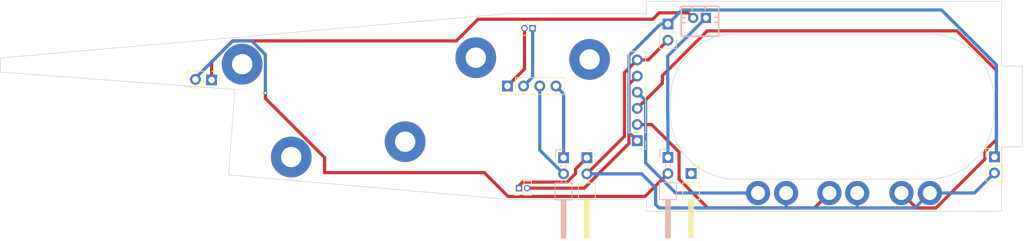
<source format=kicad_pcb>
(kicad_pcb (version 20240108) (generator "pcbnew") (generator_version "8.0")
  (layers (0 "F.Cu" signal) (31 "B.Cu" signal) (34 "B.Paste" user) (35 "F.Paste" user) (36 "B.SilkS" user "B.Silkscreen") (37 "F.SilkS" user "F.Silkscreen") (38 "B.Mask" user) (39 "F.Mask" user) (44 "Edge.Cuts" user))
  (net 0 "")
  (net 6 "/HEI")
  (net 7 "/APO_BACKUP")
  (net 8 "/APOGEE")
  (net 9 "/BR_NEG")
  (net 10 "/MAIN")
  (net 11 "/BR_POS")
  (net 12 "Net-(BT2-+)")
  (net 13 "Net-(BT2--)")
  (net 14 "Net-(BT3--)")
  (net 15 "Net-(BT3-+)")
  (net 16 "Net-(GPS1-VIN)")
  (net 17 "Net-(LYRA1-SW+)")
  (net 18 "Net-(LYRA1-SW-)")
  (net 20 "Net-(BT1-+)")
  (footprint "MountingHole:MountingHole_3.2mm_M3_Pad" (layer "F.Cu") (at 168.427502 52.393444)
    (property "Reference" "H1" (hide yes))
    (property "Value" "MountingHole_Pad")
    (pad "1" thru_hole circle (at 0 0) (size 6.4 6.4) (drill 3.2) (layers "*.Cu" "*.Mask"))
  )
  (footprint "Connector_PinHeader_1.27mm:PinHeader_1x02_P1.27mm_Vertical" (layer "F.Cu") (at 159.4612 47.498 -90)
    (property "Reference" "BT2" (hide yes))
    (property "Value" "Battery")
    (fp_line (start -1.11 1.965) (end -0.30753 1.965) (stroke (width 0.12)) (layer "F.SilkS"))
    (fp_line (start 0.30753 1.965) (end 1.11 1.965) (stroke (width 0.12)) (layer "F.SilkS"))
    (fp_line (start -1.11 0.76) (end -1.11 1.965) (stroke (width 0.12)) (layer "F.SilkS"))
    (fp_line (start -1.11 0.76) (end -0.563471 0.76) (stroke (width 0.12)) (layer "F.SilkS"))
    (fp_line (start 0.563471 0.76) (end 1.11 0.76) (stroke (width 0.12)) (layer "F.SilkS"))
    (fp_line (start 1.11 0.76) (end 1.11 1.965) (stroke (width 0.12)) (layer "F.SilkS"))
    (fp_line (start -1.11 0) (end -1.11 -0.76) (stroke (width 0.12)) (layer "F.SilkS"))
    (fp_line (start -1.11 -0.76) (end 0 -0.76) (stroke (width 0.12)) (layer "F.SilkS"))
    (pad "1" thru_hole rect (at 0 0 270) (size 1 1) (drill 0.65) (layers "*.Cu" "*.Mask") (net 12 "Net-(BT2-+)"))
    (pad "2" thru_hole oval (at 0 1.27 270) (size 1 1) (drill 0.65) (layers "*.Cu" "*.Mask") (net 13 "Net-(BT2--)"))
  )
  (footprint "Connector_PinHeader_2.54mm:PinHeader_2x01_P2.54mm_Horizontal" (layer "F.Cu") (at 167.9956 67.8576 -90)
    (property "Reference" "SW1" (hide yes))
    (property "Value" "SW_DIP_x01")
    (fp_line (start 3.98 1.33) (end 6.64 1.33) (stroke (width 0.12)) (layer "F.SilkS"))
    (fp_line (start 6.64 1.33) (end 6.64 -1.33) (stroke (width 0.12)) (layer "F.SilkS"))
    (fp_line (start 1.11 0.38) (end 1.497071 0.38) (stroke (width 0.12)) (layer "F.SilkS"))
    (fp_line (start 3.582929 0.38) (end 3.98 0.38) (stroke (width 0.12)) (layer "F.SilkS"))
    (fp_line (start 12.64 0.38) (end 6.64 0.38) (stroke (width 0.12)) (layer "F.SilkS"))
    (fp_line (start 6.64 0.28) (end 12.64 0.28) (stroke (width 0.12)) (layer "F.SilkS"))
    (fp_line (start 6.64 0.16) (end 12.64 0.16) (stroke (width 0.12)) (layer "F.SilkS"))
    (fp_line (start 6.64 0.04) (end 12.64 0.04) (stroke (width 0.12)) (layer "F.SilkS"))
    (fp_line (start -1.27 0) (end -1.27 -1.27) (stroke (width 0.12)) (layer "F.SilkS"))
    (fp_line (start 6.64 -0.08) (end 12.64 -0.08) (stroke (width 0.12)) (layer "F.SilkS"))
    (fp_line (start 6.64 -0.2) (end 12.64 -0.2) (stroke (width 0.12)) (layer "F.SilkS"))
    (fp_line (start 6.64 -0.32) (end 12.64 -0.32) (stroke (width 0.12)) (layer "F.SilkS"))
    (fp_line (start 1.11 -0.38) (end 1.497071 -0.38) (stroke (width 0.12)) (layer "F.SilkS"))
    (fp_line (start 3.582929 -0.38) (end 3.98 -0.38) (stroke (width 0.12)) (layer "F.SilkS"))
    (fp_line (start 6.64 -0.38) (end 12.64 -0.38) (stroke (width 0.12)) (layer "F.SilkS"))
    (fp_line (start 12.64 -0.38) (end 12.64 0.38) (stroke (width 0.12)) (layer "F.SilkS"))
    (fp_line (start -1.27 -1.27) (end 0 -1.27) (stroke (width 0.12)) (layer "F.SilkS"))
    (fp_line (start 3.98 -1.33) (end 3.98 1.33) (stroke (width 0.12)) (layer "F.SilkS"))
    (fp_line (start 6.64 -1.33) (end 3.98 -1.33) (stroke (width 0.12)) (layer "F.SilkS"))
    (pad "1" thru_hole rect (at 0 0 270) (size 1.7 1.7) (drill 1) (layers "*.Cu" "*.Mask") (net 20 "Net-(BT1-+)"))
    (pad "2" thru_hole oval (at 2.54 0 270) (size 1.7 1.7) (drill 1) (layers "*.Cu" "*.Mask") (net 11 "/BR_POS"))
  )
  (footprint "Connector_PinHeader_1.27mm:PinHeader_1x02_P1.27mm_Vertical" (layer "F.Cu") (at 157.3276 72.644 90)
    (property "Reference" "BT1" (hide yes))
    (property "Value" "Battery")
    (fp_line (start -1.11 -0.76) (end 0 -0.76) (stroke (width 0.12)) (layer "F.SilkS"))
    (fp_line (start -1.11 0) (end -1.11 -0.76) (stroke (width 0.12)) (layer "F.SilkS"))
    (fp_line (start 1.11 0.76) (end 1.11 1.965) (stroke (width 0.12)) (layer "F.SilkS"))
    (fp_line (start 0.563471 0.76) (end 1.11 0.76) (stroke (width 0.12)) (layer "F.SilkS"))
    (fp_line (start -1.11 0.76) (end -0.563471 0.76) (stroke (width 0.12)) (layer "F.SilkS"))
    (fp_line (start -1.11 0.76) (end -1.11 1.965) (stroke (width 0.12)) (layer "F.SilkS"))
    (fp_line (start 0.30753 1.965) (end 1.11 1.965) (stroke (width 0.12)) (layer "F.SilkS"))
    (fp_line (start -1.11 1.965) (end -0.30753 1.965) (stroke (width 0.12)) (layer "F.SilkS"))
    (pad "1" thru_hole rect (at 0 0 90) (size 1 1) (drill 0.65) (layers "*.Cu" "*.Mask") (net 20 "Net-(BT1-+)"))
    (pad "2" thru_hole oval (at 0 1.27 90) (size 1 1) (drill 0.65) (layers "*.Cu" "*.Mask") (net 9 "/BR_NEG"))
  )
  (footprint "MountingHole:MountingHole_3.2mm_M3_Pad" (layer "F.Cu") (at 121.5 67.75)
    (property "Reference" "H5" (hide yes))
    (property "Value" "MountingHole_Pad")
    (pad "1" thru_hole circle (at 0 0) (size 6.4 6.4) (drill 3.2) (layers "*.Cu" "*.Mask"))
  )
  (footprint "MountingHole:MountingHole_2.2mm_M2_DIN965_Pad" (layer "F.Cu") (at 194.9196 73.406)
    (property "Reference" "H6" (hide yes))
    (property "Value" "MountingHole_Pad")
    (pad "1" thru_hole circle (at 0 0) (size 3.8 3.8) (drill 2.2) (layers "*.Cu" "*.Mask") (net 8 "/APOGEE"))
  )
  (footprint "MountingHole:MountingHole_2.2mm_M2_DIN965_Pad" (layer "F.Cu") (at 217.4748 73.406)
    (property "Reference" "H8" (hide yes))
    (property "Value" "MountingHole_Pad")
    (pad "1" thru_hole circle (at 0 0) (size 3.8 3.8) (drill 2.2) (layers "*.Cu" "*.Mask") (net 10 "/MAIN"))
  )
  (footprint "Connector_PinHeader_2.54mm:PinHeader_1x06_P2.54mm_Vertical" (layer "F.Cu") (at 175.9204 65.1764 180)
    (property "Reference" "BR1" (hide yes))
    (property "Value" "~")
    (fp_line (start 1.33 1.27) (end 1.33 14.03) (stroke (width 0.12)) (layer "F.SilkS"))
    (fp_line (start -1.33 14.03) (end 1.33 14.03) (stroke (width 0.12)) (layer "F.SilkS"))
    (fp_line (start -1.33 1.27) (end 1.33 1.27) (stroke (width 0.12)) (layer "F.SilkS"))
    (fp_line (start -1.33 1.27) (end -1.33 14.03) (stroke (width 0.12)) (layer "F.SilkS"))
    (fp_line (start -1.33 0) (end -1.33 -1.33) (stroke (width 0.12)) (layer "F.SilkS"))
    (fp_line (start -1.33 -1.33) (end 0 -1.33) (stroke (width 0.12)) (layer "F.SilkS"))
    (pad "1" thru_hole rect (at 0 0 180) (size 1.7 1.7) (drill 1) (layers "*.Cu" "*.Mask") (net 6 "/HEI"))
    (pad "2" thru_hole oval (at 0 2.54 180) (size 1.7 1.7) (drill 1) (layers "*.Cu" "*.Mask") (net 7 "/APO_BACKUP"))
    (pad "3" thru_hole oval (at 0 5.08 180) (size 1.7 1.7) (drill 1) (layers "*.Cu" "*.Mask") (net 10 "/MAIN"))
    (pad "4" thru_hole oval (at 0 7.62 180) (size 1.7 1.7) (drill 1) (layers "*.Cu" "*.Mask") (net 8 "/APOGEE"))
    (pad "5" thru_hole oval (at 0 10.16 180) (size 1.7 1.7) (drill 1) (layers "*.Cu" "*.Mask") (net 9 "/BR_NEG"))
    (pad "6" thru_hole oval (at 0 12.7 180) (size 1.7 1.7) (drill 1) (layers "*.Cu" "*.Mask") (net 11 "/BR_POS"))
  )
  (footprint "Connector_PinHeader_2.54mm:PinHeader_1x02_P2.54mm_Vertical" (layer "F.Cu") (at 180.7464 46.8376)
    (property "Reference" "J1" (hide yes))
    (property "Value" "Conn_01x02")
    (fp_line (start -1.33 -1.33) (end 0 -1.33) (stroke (width 0.12)) (layer "F.SilkS"))
    (fp_line (start -1.33 0) (end -1.33 -1.33) (stroke (width 0.12)) (layer "F.SilkS"))
    (fp_line (start -1.33 1.27) (end -1.33 3.87) (stroke (width 0.12)) (layer "F.SilkS"))
    (fp_line (start -1.33 1.27) (end 1.33 1.27) (stroke (width 0.12)) (layer "F.SilkS"))
    (fp_line (start -1.33 3.87) (end 1.33 3.87) (stroke (width 0.12)) (layer "F.SilkS"))
    (fp_line (start 1.33 1.27) (end 1.33 3.87) (stroke (width 0.12)) (layer "F.SilkS"))
    (pad "1" thru_hole rect (at 0 0) (size 1.7 1.7) (drill 1) (layers "*.Cu" "*.Mask") (net 6 "/HEI"))
    (pad "2" thru_hole oval (at 0 2.54) (size 1.7 1.7) (drill 1) (layers "*.Cu" "*.Mask") (net 11 "/BR_POS"))
  )
  (footprint "Connector_PinHeader_2.54mm:PinHeader_1x02_P2.54mm_Vertical" (layer "F.Cu") (at 232.1052 67.7164)
    (property "Reference" "J2" (hide yes))
    (property "Value" "Conn_01x02")
    (fp_line (start -1.33 -1.33) (end 0 -1.33) (stroke (width 0.12)) (layer "F.SilkS"))
    (fp_line (start -1.33 0) (end -1.33 -1.33) (stroke (width 0.12)) (layer "F.SilkS"))
    (fp_line (start -1.33 1.27) (end -1.33 3.87) (stroke (width 0.12)) (layer "F.SilkS"))
    (fp_line (start -1.33 1.27) (end 1.33 1.27) (stroke (width 0.12)) (layer "F.SilkS"))
    (fp_line (start -1.33 3.87) (end 1.33 3.87) (stroke (width 0.12)) (layer "F.SilkS"))
    (fp_line (start 1.33 1.27) (end 1.33 3.87) (stroke (width 0.12)) (layer "F.SilkS"))
    (pad "1" thru_hole rect (at 0 0) (size 1.7 1.7) (drill 1) (layers "*.Cu" "*.Mask") (net 6 "/HEI"))
    (pad "2" thru_hole oval (at 0 2.54) (size 1.7 1.7) (drill 1) (layers "*.Cu" "*.Mask") (net 11 "/BR_POS"))
  )
  (footprint "Connector_PinHeader_2.54mm:PinHeader_1x04_P2.54mm_Vertical" (layer "F.Cu") (at 155.5088 56.5812 90)
    (property "Reference" "LYRA1" (hide yes))
    (property "Value" "~")
    (fp_line (start -1.33 -1.33) (end 0 -1.33) (stroke (width 0.12)) (layer "F.SilkS"))
    (fp_line (start -1.33 0) (end -1.33 -1.33) (stroke (width 0.12)) (layer "F.SilkS"))
    (fp_line (start 1.33 1.27) (end 1.33 8.95) (stroke (width 0.12)) (layer "F.SilkS"))
    (fp_line (start -1.33 1.27) (end 1.33 1.27) (stroke (width 0.12)) (layer "F.SilkS"))
    (fp_line (start -1.33 1.27) (end -1.33 8.95) (stroke (width 0.12)) (layer "F.SilkS"))
    (fp_line (start -1.33 8.95) (end 1.33 8.95) (stroke (width 0.12)) (layer "F.SilkS"))
    (pad "1" thru_hole rect (at 0 0 90) (size 1.7 1.7) (drill 1) (layers "*.Cu" "*.Mask") (net 13 "Net-(BT2--)"))
    (pad "2" thru_hole oval (at 0 2.54 90) (size 1.7 1.7) (drill 1) (layers "*.Cu" "*.Mask") (net 12 "Net-(BT2-+)"))
    (pad "3" thru_hole oval (at 0 5.08 90) (size 1.7 1.7) (drill 1) (layers "*.Cu" "*.Mask") (net 17 "Net-(LYRA1-SW+)"))
    (pad "4" thru_hole oval (at 0 7.62 90) (size 1.7 1.7) (drill 1) (layers "*.Cu" "*.Mask") (net 18 "Net-(LYRA1-SW-)"))
  )
  (footprint "MountingHole:MountingHole_2.2mm_M2_DIN965_Pad" (layer "F.Cu") (at 221.9452 73.406)
    (property "Reference" "H9" (hide yes))
    (property "Value" "MountingHole_Pad")
    (pad "1" thru_hole circle (at 0 0) (size 3.8 3.8) (drill 2.2) (layers "*.Cu" "*.Mask") (net 11 "/BR_POS"))
  )
  (footprint "MountingHole:MountingHole_2.2mm_M2_DIN965_Pad" (layer "F.Cu") (at 210.5152 73.406)
    (property "Reference" "H11" (hide yes))
    (property "Value" "MountingHole_Pad")
    (pad "1" thru_hole circle (at 0 0) (size 3.8 3.8) (drill 2.2) (layers "*.Cu" "*.Mask") (net 11 "/BR_POS"))
  )
  (footprint "MountingHole:MountingHole_3.2mm_M3_Pad" (layer "F.Cu") (at 113.780646 53.142541)
    (property "Reference" "H3" (hide yes))
    (property "Value" "MountingHole_Pad")
    (pad "1" thru_hole circle (at 0 0) (size 6.4 6.4) (drill 3.2) (layers "*.Cu" "*.Mask"))
  )
  (footprint "Connector_PinHeader_2.54mm:PinHeader_1x01_P2.54mm_Horizontal" (layer "F.Cu") (at 184.404 70.3518 -90)
    (property "Reference" "SW4" (hide yes))
    (property "Value" "SW_DIP_x01")
    (fp_line (start 1.44 1.33) (end 4.1 1.33) (stroke (width 0.12)) (layer "F.SilkS"))
    (fp_line (start 4.1 1.33) (end 4.1 -1.33) (stroke (width 0.12)) (layer "F.SilkS"))
    (fp_line (start 1.11 0.38) (end 1.44 0.38) (stroke (width 0.12)) (layer "F.SilkS"))
    (fp_line (start 10.1 0.38) (end 4.1 0.38) (stroke (width 0.12)) (layer "F.SilkS"))
    (fp_line (start 4.1 0.28) (end 10.1 0.28) (stroke (width 0.12)) (layer "F.SilkS"))
    (fp_line (start 4.1 0.16) (end 10.1 0.16) (stroke (width 0.12)) (layer "F.SilkS"))
    (fp_line (start 4.1 0.04) (end 10.1 0.04) (stroke (width 0.12)) (layer "F.SilkS"))
    (fp_line (start -1.27 0) (end -1.27 -1.27) (stroke (width 0.12)) (layer "F.SilkS"))
    (fp_line (start 4.1 -0.08) (end 10.1 -0.08) (stroke (width 0.12)) (layer "F.SilkS"))
    (fp_line (start 4.1 -0.2) (end 10.1 -0.2) (stroke (width 0.12)) (layer "F.SilkS"))
    (fp_line (start 4.1 -0.32) (end 10.1 -0.32) (stroke (width 0.12)) (layer "F.SilkS"))
    (fp_line (start 1.11 -0.38) (end 1.44 -0.38) (stroke (width 0.12)) (layer "F.SilkS"))
    (fp_line (start 4.1 -0.38) (end 10.1 -0.38) (stroke (width 0.12)) (layer "F.SilkS"))
    (fp_line (start 10.1 -0.38) (end 10.1 0.38) (stroke (width 0.12)) (layer "F.SilkS"))
    (fp_line (start -1.27 -1.27) (end 0 -1.27) (stroke (width 0.12)) (layer "F.SilkS"))
    (fp_line (start 1.44 -1.33) (end 1.44 1.33) (stroke (width 0.12)) (layer "F.SilkS"))
    (fp_line (start 4.1 -1.33) (end 1.44 -1.33) (stroke (width 0.12)) (layer "F.SilkS"))
    (pad "1" thru_hole rect (at 0 0 270) (size 1.7 1.7) (drill 1) (layers "*.Cu" "*.Mask"))
  )
  (footprint "MountingHole:MountingHole_3.2mm_M3_Pad" (layer "F.Cu") (at 139.416333 65.335328)
    (property "Reference" "H4" (hide yes))
    (property "Value" "MountingHole_Pad")
    (pad "1" thru_hole circle (at 0 0) (size 6.4 6.4) (drill 3.2) (layers "*.Cu" "*.Mask"))
  )
  (footprint "MountingHole:MountingHole_2.2mm_M2_DIN965_Pad" (layer "F.Cu") (at 206.1464 73.406)
    (property "Reference" "H10" (hide yes))
    (property "Value" "MountingHole_Pad")
    (pad "1" thru_hole circle (at 0 0) (size 3.8 3.8) (drill 2.2) (layers "*.Cu" "*.Mask") (net 7 "/APO_BACKUP"))
  )
  (footprint "MountingHole:MountingHole_2.2mm_M2_DIN965_Pad" (layer "F.Cu") (at 199.3392 73.406)
    (property "Reference" "H7" (hide yes))
    (property "Value" "MountingHole_Pad")
    (pad "1" thru_hole circle (at 0 0) (size 3.8 3.8) (drill 2.2) (layers "*.Cu" "*.Mask") (net 11 "/BR_POS"))
  )
  (footprint "MountingHole:MountingHole_3.2mm_M3_Pad" (layer "F.Cu") (at 150.53249 52.126007)
    (property "Reference" "H2" (hide yes))
    (property "Value" "MountingHole_Pad")
    (pad "1" thru_hole circle (at 0 0) (size 6.4 6.4) (drill 3.2) (layers "*.Cu" "*.Mask"))
  )
  (footprint "Connector_PinHeader_2.54mm:PinHeader_1x02_P2.54mm_Vertical" (layer "F.Cu") (at 108.971 55.626 -92)
    (property "Reference" "GPS1" (hide yes))
    (property "Value" "~")
    (fp_line (start -1.33 3.87) (end 1.329999 3.869999) (stroke (width 0.12)) (layer "F.SilkS"))
    (fp_line (start 1.33 1.27) (end 1.329999 3.869999) (stroke (width 0.12)) (layer "F.SilkS"))
    (fp_line (start -1.330001 1.27) (end -1.33 3.87) (stroke (width 0.12)) (layer "F.SilkS"))
    (fp_line (start -1.330001 1.27) (end 1.33 1.27) (stroke (width 0.12)) (layer "F.SilkS"))
    (fp_line (start -1.33 0) (end -1.33 -1.33) (stroke (width 0.12)) (layer "F.SilkS"))
    (fp_line (start -1.33 -1.33) (end 0 -1.33) (stroke (width 0.12)) (layer "F.SilkS"))
    (pad "1" thru_hole rect (at 0 0 268) (size 1.7 1.7) (drill 1) (layers "*.Cu" "*.Mask") (net 14 "Net-(BT3--)"))
    (pad "2" thru_hole oval (at 0 2.54 268) (size 1.7 1.7) (drill 1) (layers "*.Cu" "*.Mask") (net 16 "Net-(GPS1-VIN)"))
  )
  (footprint "Connector_PinHeader_2.54mm:PinHeader_2x01_P2.54mm_Horizontal" (layer "B.Cu") (at 180.7464 67.8068 -90)
    (property "Reference" "SW3" (hide yes))
    (property "Value" "SW_DIP_x01")
    (fp_line (start 3.98 1.33) (end 6.64 1.33) (stroke (width 0.12)) (layer "B.SilkS"))
    (fp_line (start 6.64 1.33) (end 6.64 -1.33) (stroke (width 0.12)) (layer "B.SilkS"))
    (fp_line (start -1.27 1.27) (end -1.27 0) (stroke (width 0.12)) (layer "B.SilkS"))
    (fp_line (start 0 1.27) (end -1.27 1.27) (stroke (width 0.12)) (layer "B.SilkS"))
    (fp_line (start 1.497071 0.38) (end 1.11 0.38) (stroke (width 0.12)) (layer "B.SilkS"))
    (fp_line (start 3.98 0.38) (end 3.582929 0.38) (stroke (width 0.12)) (layer "B.SilkS"))
    (fp_line (start 12.64 0.38) (end 6.64 0.38) (stroke (width 0.12)) (layer "B.SilkS"))
    (fp_line (start 12.64 0.32) (end 6.64 0.32) (stroke (width 0.12)) (layer "B.SilkS"))
    (fp_line (start 12.64 0.2) (end 6.64 0.2) (stroke (width 0.12)) (layer "B.SilkS"))
    (fp_line (start 12.64 0.08) (end 6.64 0.08) (stroke (width 0.12)) (layer "B.SilkS"))
    (fp_line (start 12.64 -0.04) (end 6.64 -0.04) (stroke (width 0.12)) (layer "B.SilkS"))
    (fp_line (start 12.64 -0.16) (end 6.64 -0.16) (stroke (width 0.12)) (layer "B.SilkS"))
    (fp_line (start 12.64 -0.28) (end 6.64 -0.28) (stroke (width 0.12)) (layer "B.SilkS"))
    (fp_line (start 1.497071 -0.38) (end 1.11 -0.38) (stroke (width 0.12)) (layer "B.SilkS"))
    (fp_line (start 3.98 -0.38) (end 3.582929 -0.38) (stroke (width 0.12)) (layer "B.SilkS"))
    (fp_line (start 6.64 -0.38) (end 12.64 -0.38) (stroke (width 0.12)) (layer "B.SilkS"))
    (fp_line (start 12.64 -0.38) (end 12.64 0.38) (stroke (width 0.12)) (layer "B.SilkS"))
    (fp_line (start 3.98 -1.33) (end 3.98 1.33) (stroke (width 0.12)) (layer "B.SilkS"))
    (fp_line (start 6.64 -1.33) (end 3.98 -1.33) (stroke (width 0.12)) (layer "B.SilkS"))
    (pad "1" thru_hole rect (at 0 0 270) (size 1.7 1.7) (drill 1) (layers "*.Cu" "*.Mask") (net 15 "Net-(BT3-+)"))
    (pad "2" thru_hole oval (at 2.54 0 270) (size 1.7 1.7) (drill 1) (layers "*.Cu" "*.Mask") (net 16 "Net-(GPS1-VIN)"))
  )
  (footprint "easyeda2kicad:CONN-TH_2P-P2.00_PH-2AK" (layer "B.Cu") (at 185.7256 45.8696 180)
    (property "Reference" "BT3" (hide yes))
    (property "Value" "Battery")
    (fp_line (start 2.89 1.81) (end -3.01 1.82) (stroke (width 0.25)) (layer "B.SilkS"))
    (fp_line (start 2.89 -2.88) (end 2.89 1.81) (stroke (width 0.25)) (layer "B.SilkS"))
    (fp_line (start 2.89 -2.88) (end -3 -2.88) (stroke (width 0.25)) (layer "B.SilkS"))
    (fp_line (start 2.8 0.01) (end 2.3 0.01) (stroke (width 0.25)) (layer "B.SilkS"))
    (fp_line (start 2.8 -0.75) (end 2.3 -0.75) (stroke (width 0.25)) (layer "B.SilkS"))
    (fp_line (start 1.15 1.31) (end 1.15 1.82) (stroke (width 0.25)) (layer "B.SilkS"))
    (fp_line (start -0.88 1.31) (end -0.88 1.82) (stroke (width 0.25)) (layer "B.SilkS"))
    (fp_line (start -2.91 0.08) (end -2.4 0.08) (stroke (width 0.25)) (layer "B.SilkS"))
    (fp_line (start -2.91 -0.69) (end -2.4 -0.69) (stroke (width 0.25)) (layer "B.SilkS"))
    (fp_line (start -3 -2.88) (end -3.01 0.04) (stroke (width 0.25)) (layer "B.SilkS"))
    (fp_line (start -3.01 1.82) (end -3.01 -0.21) (stroke (width 0.25)) (layer "B.SilkS"))
    (pad "1" thru_hole rect (at -1 0 180) (size 1.6 1.6) (drill 0.900024) (layers "*.Cu" "*.Mask") (net 15 "Net-(BT3-+)"))
    (pad "2" thru_hole circle (at 1 0 180) (size 1.6 1.6) (drill 0.900024) (layers "*.Cu" "*.Mask") (net 14 "Net-(BT3--)"))
  )
  (footprint "Connector_PinHeader_2.54mm:PinHeader_2x01_P2.54mm_Horizontal" (layer "B.Cu") (at 164.338 67.8576 -90)
    (property "Reference" "SW2" (hide yes))
    (property "Value" "SW_DIP_x01")
    (fp_line (start 3.98 1.33) (end 6.64 1.33) (stroke (width 0.12)) (layer "B.SilkS"))
    (fp_line (start 6.64 1.33) (end 6.64 -1.33) (stroke (width 0.12)) (layer "B.SilkS"))
    (fp_line (start -1.27 1.27) (end -1.27 0) (stroke (width 0.12)) (layer "B.SilkS"))
    (fp_line (start 0 1.27) (end -1.27 1.27) (stroke (width 0.12)) (layer "B.SilkS"))
    (fp_line (start 1.497071 0.38) (end 1.11 0.38) (stroke (width 0.12)) (layer "B.SilkS"))
    (fp_line (start 3.98 0.38) (end 3.582929 0.38) (stroke (width 0.12)) (layer "B.SilkS"))
    (fp_line (start 12.64 0.38) (end 6.64 0.38) (stroke (width 0.12)) (layer "B.SilkS"))
    (fp_line (start 12.64 0.32) (end 6.64 0.32) (stroke (width 0.12)) (layer "B.SilkS"))
    (fp_line (start 12.64 0.2) (end 6.64 0.2) (stroke (width 0.12)) (layer "B.SilkS"))
    (fp_line (start 12.64 0.08) (end 6.64 0.08) (stroke (width 0.12)) (layer "B.SilkS"))
    (fp_line (start 12.64 -0.04) (end 6.64 -0.04) (stroke (width 0.12)) (layer "B.SilkS"))
    (fp_line (start 12.64 -0.16) (end 6.64 -0.16) (stroke (width 0.12)) (layer "B.SilkS"))
    (fp_line (start 12.64 -0.28) (end 6.64 -0.28) (stroke (width 0.12)) (layer "B.SilkS"))
    (fp_line (start 1.497071 -0.38) (end 1.11 -0.38) (stroke (width 0.12)) (layer "B.SilkS"))
    (fp_line (start 3.98 -0.38) (end 3.582929 -0.38) (stroke (width 0.12)) (layer "B.SilkS"))
    (fp_line (start 6.64 -0.38) (end 12.64 -0.38) (stroke (width 0.12)) (layer "B.SilkS"))
    (fp_line (start 12.64 -0.38) (end 12.64 0.38) (stroke (width 0.12)) (layer "B.SilkS"))
    (fp_line (start 3.98 -1.33) (end 3.98 1.33) (stroke (width 0.12)) (layer "B.SilkS"))
    (fp_line (start 6.64 -1.33) (end 3.98 -1.33) (stroke (width 0.12)) (layer "B.SilkS"))
    (pad "1" thru_hole rect (at 0 0 270) (size 1.7 1.7) (drill 1) (layers "*.Cu" "*.Mask") (net 18 "Net-(LYRA1-SW-)"))
    (pad "2" thru_hole oval (at 2.54 0 270) (size 1.7 1.7) (drill 1) (layers "*.Cu" "*.Mask") (net 17 "Net-(LYRA1-SW+)"))
  )
  (gr_line (start 236.486954 66.1416) (end 236.486954 59.7916) (stroke (width 0.1)) (layer "Edge.Cuts"))
  (gr_line (start 155.581731 74.3966) (end 111.644735 70.552615) (stroke (width 0.1)) (layer "Edge.Cuts"))
  (gr_arc (start 231.965957 61.038994) (mid 229.005387 68.230483) (end 221.826549 71.2216) (stroke (width 0.1)) (layer "Edge.Cuts"))
  (gr_arc (start 221.805992 48.3616) (mid 228.990173 51.337399) (end 231.965983 58.5216) (stroke (width 0.1)) (layer "Edge.Cuts"))
  (gr_line (start 177.355957 45.186575) (end 177.355957 43.281575) (stroke (width 0.1)) (layer "Edge.Cuts"))
  (gr_line (start 177.355957 74.3966) (end 177.355957 76.3016) (stroke (width 0.1)) (layer "Edge.Cuts"))
  (gr_line (start 155.581731 45.186575) (end 75.7428 52.1716) (stroke (width 0.1)) (layer "Edge.Cuts"))
  (gr_line (start 155.581731 45.186575) (end 177.355957 45.186575) (stroke (width 0.1)) (layer "Edge.Cuts"))
  (gr_line (start 112.631906 57.122289) (end 75.7428 54.398012) (stroke (width 0.1)) (layer "Edge.Cuts"))
  (gr_line (start 177.355957 76.3016) (end 233.235983 76.3016) (stroke (width 0.1)) (layer "Edge.Cuts"))
  (gr_line (start 236.486954 53.4416) (end 236.486954 59.7916) (stroke (width 0.1)) (layer "Edge.Cuts"))
  (gr_line (start 111.644735 70.552615) (end 112.631906 57.122289) (stroke (width 0.1)) (layer "Edge.Cuts"))
  (gr_line (start 233.235983 66.1416) (end 236.486954 66.1416) (stroke (width 0.1)) (layer "Edge.Cuts"))
  (gr_line (start 177.355957 43.281575) (end 233.235983 43.281575) (stroke (width 0.1)) (layer "Edge.Cuts"))
  (gr_line (start 75.7428 52.1716) (end 75.7428 54.398012) (stroke (width 0.1)) (layer "Edge.Cuts"))
  (gr_line (start 191.325931 71.221575) (end 221.826549 71.2216) (stroke (width 0.1)) (layer "Edge.Cuts"))
  (gr_line (start 231.965957 61.038994) (end 231.965957 59.7916) (stroke (width 0.1)) (layer "Edge.Cuts"))
  (gr_line (start 181.165957 59.7916) (end 181.165957 58.499094) (stroke (width 0.1)) (layer "Edge.Cuts"))
  (gr_line (start 231.965983 58.5216) (end 231.965957 59.7916) (stroke (width 0.1)) (layer "Edge.Cuts"))
  (gr_line (start 155.581731 74.3966) (end 177.355957 74.3966) (stroke (width 0.1)) (layer "Edge.Cuts"))
  (gr_arc (start 181.165957 58.499094) (mid 184.149724 51.329456) (end 191.325992 48.361672) (stroke (width 0.1)) (layer "Edge.Cuts"))
  (gr_line (start 233.235983 76.3016) (end 233.235983 66.1416) (stroke (width 0.1)) (layer "Edge.Cuts"))
  (gr_line (start 233.235983 43.281575) (end 233.235983 53.4416) (stroke (width 0.1)) (layer "Edge.Cuts"))
  (gr_arc (start 191.325931 71.221575) (mid 184.15821 68.262283) (end 181.165957 61.10826) (stroke (width 0.1)) (layer "Edge.Cuts"))
  (gr_line (start 233.235983 53.4416) (end 236.486954 53.4416) (stroke (width 0.1)) (layer "Edge.Cuts"))
  (gr_line (start 181.165957 59.7916) (end 181.165957 61.10826) (stroke (width 0.1)) (layer "Edge.Cuts"))
  (gr_line (start 191.325992 48.361672) (end 221.805992 48.3616) (stroke (width 0.1)) (layer "Edge.Cuts"))
  (segment (start 182.9644 44.6196) (end 223.777587 44.6196) (width 0.5) (layer "B.Cu") (net 6))
  (segment (start 179.578 46.8376) (end 180.7464 46.8376) (width 0.5) (layer "B.Cu") (net 6))
  (segment (start 223.777587 44.6196) (end 232.419129 53.261142) (width 0.5) (layer "B.Cu") (net 6))
  (segment (start 174.6204 63.8764) (end 174.6204 51.7952) (width 0.5) (layer "B.Cu") (net 6))
  (segment (start 175.9204 65.1764) (end 174.6204 63.8764) (width 0.5) (layer "B.Cu") (net 6))
  (segment (start 174.6204 51.7952) (end 179.578 46.8376) (width 0.5) (layer "B.Cu") (net 6))
  (segment (start 232.419129 67.402471) (end 232.1052 67.7164) (width 0.5) (layer "B.Cu") (net 6))
  (segment (start 232.419129 53.261142) (end 232.419129 67.402471) (width 0.5) (layer "B.Cu") (net 6))
  (segment (start 180.7464 46.8376) (end 182.9644 44.6196) (width 0.5) (layer "B.Cu") (net 6))
  (segment (start 203.7964 75.756) (end 206.1464 73.406) (width 0.5) (layer "F.Cu") (net 7))
  (segment (start 178.176 62.6364) (end 182.502757 66.963157) (width 0.5) (layer "F.Cu") (net 7))
  (segment (start 182.502757 66.963157) (end 182.502757 71.250757) (width 0.5) (layer "F.Cu") (net 7))
  (segment (start 187.008 75.756) (end 203.7964 75.756) (width 0.5) (layer "F.Cu") (net 7))
  (segment (start 175.9204 62.6364) (end 178.176 62.6364) (width 0.5) (layer "F.Cu") (net 7))
  (segment (start 182.502757 71.250757) (end 187.008 75.756) (width 0.5) (layer "F.Cu") (net 7))
  (segment (start 177.2412 68.680078) (end 177.2412 58.8772) (width 0.5) (layer "B.Cu") (net 8))
  (segment (start 194.9196 73.406) (end 181.967122 73.406) (width 0.5) (layer "B.Cu") (net 8))
  (segment (start 177.2412 58.8772) (end 175.9204 57.5564) (width 0.5) (layer "B.Cu") (net 8))
  (segment (start 181.967122 73.406) (end 177.2412 68.680078) (width 0.5) (layer "B.Cu") (net 8))
  (segment (start 174.6204 65.611278) (end 174.6204 56.3164) (width 0.5) (layer "F.Cu") (net 9))
  (segment (start 158.5976 72.644) (end 167.587678 72.644) (width 0.5) (layer "F.Cu") (net 9))
  (segment (start 174.6204 56.3164) (end 175.9204 55.0164) (width 0.5) (layer "F.Cu") (net 9))
  (segment (start 167.587678 72.644) (end 174.6204 65.611278) (width 0.5) (layer "F.Cu") (net 9))
  (segment (start 232.421984 60.853027) (end 232.419129 61.3733) (width 0.5) (layer "F.Cu") (net 10))
  (segment (start 226.205335 47.905164) (end 232.419129 54.118958) (width 0.5) (layer "F.Cu") (net 10))
  (segment (start 232.419129 64.984346) (end 230.95674 66.446735) (width 0.5) (layer "F.Cu") (net 10))
  (segment (start 232.419129 61.3733) (end 232.419129 64.984346) (width 0.5) (layer "F.Cu") (net 10))
  (segment (start 186.926684 47.905164) (end 226.205335 47.905164) (width 0.5) (layer "F.Cu") (net 10))
  (segment (start 222.918602 75.756) (end 219.8248 75.756) (width 0.5) (layer "F.Cu") (net 10))
  (segment (start 179.8828 54.949048) (end 186.926684 47.905164) (width 0.5) (layer "F.Cu") (net 10))
  (segment (start 230.600493 67.010766) (end 230.600493 68.074109) (width 0.5) (layer "F.Cu") (net 10))
  (segment (start 232.419129 60.85014) (end 232.421984 60.853027) (width 0.5) (layer "F.Cu") (net 10))
  (segment (start 230.95674 66.446735) (end 230.600493 67.010766) (width 0.5) (layer "F.Cu") (net 10))
  (segment (start 179.8828 56.134) (end 179.8828 54.949048) (width 0.5) (layer "F.Cu") (net 10))
  (segment (start 232.419129 54.118958) (end 232.419129 60.85014) (width 0.5) (layer "F.Cu") (net 10))
  (segment (start 175.9204 60.0964) (end 179.8828 56.134) (width 0.5) (layer "F.Cu") (net 10))
  (segment (start 230.600493 68.074109) (end 222.918602 75.756) (width 0.5) (layer "F.Cu") (net 10))
  (segment (start 219.8248 75.756) (end 217.4748 73.406) (width 0.5) (layer "F.Cu") (net 10))
  (segment (start 167.9956 70.3976) (end 173.9204 64.4728) (width 0.5) (layer "F.Cu") (net 11))
  (segment (start 177.6476 52.4764) (end 180.7464 49.3776) (width 0.5) (layer "F.Cu") (net 11))
  (segment (start 173.9204 64.4728) (end 173.9204 54.4764) (width 0.5) (layer "F.Cu") (net 11))
  (segment (start 173.9204 54.4764) (end 175.9204 52.4764) (width 0.5) (layer "F.Cu") (net 11))
  (segment (start 175.9204 52.4764) (end 177.6476 52.4764) (width 0.5) (layer "F.Cu") (net 11))
  (segment (start 178.816 75.220247) (end 178.816 72.5932) (width 0.5) (layer "B.Cu") (net 11))
  (segment (start 199.3392 73.406) (end 199.3392 75.5528) (width 0.5) (layer "B.Cu") (net 11))
  (segment (start 210.5152 73.406) (end 210.5152 75.756) (width 0.5) (layer "B.Cu") (net 11))
  (segment (start 221.9452 73.406) (end 219.5952 75.756) (width 0.5) (layer "B.Cu") (net 11))
  (segment (start 199.5424 75.756) (end 179.351753 75.756) (width 0.5) (layer "B.Cu") (net 11))
  (segment (start 199.3392 75.5528) (end 199.5424 75.756) (width 0.5) (layer "B.Cu") (net 11))
  (segment (start 228.9556 73.406) (end 232.1052 70.2564) (width 0.5) (layer "B.Cu") (net 11))
  (segment (start 210.5152 75.756) (end 199.5424 75.756) (width 0.5) (layer "B.Cu") (net 11))
  (segment (start 179.351753 75.756) (end 178.816 75.220247) (width 0.5) (layer "B.Cu") (net 11))
  (segment (start 178.816 72.5932) (end 176.6204 70.3976) (width 0.5) (layer "B.Cu") (net 11))
  (segment (start 176.6204 70.3976) (end 167.9956 70.3976) (width 0.5) (layer "B.Cu") (net 11))
  (segment (start 219.5952 75.756) (end 210.5152 75.756) (width 0.5) (layer "B.Cu") (net 11))
  (segment (start 221.9452 73.406) (end 228.9556 73.406) (width 0.5) (layer "B.Cu") (net 11))
  (segment (start 158.0488 56.5812) (end 159.4716 55.1584) (width 0.5) (layer "B.Cu") (net 12))
  (segment (start 159.4716 55.1584) (end 159.4716 47.498) (width 0.5) (layer "B.Cu") (net 12))
  (segment (start 158.1912 47.498) (end 158.1912 53.8988) (width 0.5) (layer "F.Cu") (net 13))
  (segment (start 158.1912 53.8988) (end 155.5088 56.5812) (width 0.5) (layer "F.Cu") (net 13))
  (segment (start 147.4724 49.4792) (end 150.876 46.0756) (width 0.5) (layer "F.Cu") (net 14))
  (segment (start 179.364799 45.069601) (end 183.925601 45.069601) (width 0.5) (layer "F.Cu") (net 14))
  (segment (start 178.3588 46.0756) (end 179.364799 45.069601) (width 0.5) (layer "F.Cu") (net 14))
  (segment (start 183.925601 45.069601) (end 184.7256 45.8696) (width 0.5) (layer "F.Cu") (net 14))
  (segment (start 108.971 55.626) (end 108.971 52.790307) (width 0.5) (layer "F.Cu") (net 14))
  (segment (start 112.282107 49.4792) (end 147.4724 49.4792) (width 0.5) (layer "F.Cu") (net 14))
  (segment (start 150.876 46.0756) (end 178.3588 46.0756) (width 0.5) (layer "F.Cu") (net 14))
  (segment (start 108.971 52.790307) (end 112.282107 49.4792) (width 0.5) (layer "F.Cu") (net 14))
  (segment (start 180.715063 61.444627) (end 180.715063 51.880137) (width 0.5) (layer "B.Cu") (net 15))
  (segment (start 180.7464 67.8068) (end 180.7464 61.909908) (width 0.5) (layer "B.Cu") (net 15))
  (segment (start 180.715063 51.880137) (end 186.7256 45.8696) (width 0.5) (layer "B.Cu") (net 15))
  (segment (start 180.7464 61.909908) (end 180.715063 61.444627) (width 0.5) (layer "B.Cu") (net 15))
  (segment (start 180.7464 70.3468) (end 177.1466 73.9466) (width 0.5) (layer "F.Cu") (net 16))
  (segment (start 117.430646 58.518766) (end 117.430646 57.676954) (width 0.5) (layer "F.Cu") (net 16))
  (segment (start 126.746 67.83412) (end 117.430646 58.518766) (width 0.5) (layer "F.Cu") (net 16))
  (segment (start 151.860388 70.2056) (end 126.746 70.2056) (width 0.5) (layer "F.Cu") (net 16))
  (segment (start 126.746 70.2056) (end 126.746 67.83412) (width 0.5) (layer "F.Cu") (net 16))
  (segment (start 155.601388 73.9466) (end 151.860388 70.2056) (width 0.5) (layer "F.Cu") (net 16))
  (segment (start 177.1466 73.9466) (end 155.601388 73.9466) (width 0.5) (layer "F.Cu") (net 16))
  (via (at 117.430646 57.676954) (size 0.6) (drill 0.3) (layers "F.Cu" "B.Cu") (net 16))
  (segment (start 117.430646 51.630661) (end 115.292526 49.492541) (width 0.5) (layer "B.Cu") (net 16))
  (segment (start 106.432547 55.32876) (end 106.432547 55.537355) (width 0.5) (layer "B.Cu") (net 16))
  (segment (start 117.430646 57.676954) (end 117.430646 51.630661) (width 0.5) (layer "B.Cu") (net 16))
  (segment (start 115.292526 49.492541) (end 112.268766 49.492541) (width 0.5) (layer "B.Cu") (net 16))
  (segment (start 112.268766 49.492541) (end 106.432547 55.32876) (width 0.5) (layer "B.Cu") (net 16))
  (segment (start 160.5888 66.6484) (end 164.338 70.3976) (width 0.5) (layer "B.Cu") (net 17))
  (segment (start 160.5888 56.5812) (end 160.5888 66.6484) (width 0.5) (layer "B.Cu") (net 17))
  (segment (start 164.338 57.7904) (end 163.1288 56.5812) (width 0.5) (layer "B.Cu") (net 18))
  (segment (start 164.338 67.8576) (end 164.338 57.7904) (width 0.5) (layer "B.Cu") (net 18))
  (segment (start 163.795922 71.694) (end 163.799522 71.6976) (width 0.5) (layer "F.Cu") (net 20))
  (segment (start 157.3276 72.644) (end 157.3276 72.268) (width 0.5) (layer "F.Cu") (net 20))
  (segment (start 166.2176 70.356478) (end 166.2176 69.6356) (width 0.5) (layer "F.Cu") (net 20))
  (segment (start 157.9016 71.694) (end 163.795922 71.694) (width 0.5) (layer "F.Cu") (net 20))
  (segment (start 157.3276 72.268) (end 157.9016 71.694) (width 0.5) (layer "F.Cu") (net 20))
  (segment (start 163.799522 71.6976) (end 164.876478 71.6976) (width 0.5) (layer "F.Cu") (net 20))
  (segment (start 166.2176 69.6356) (end 167.9956 67.8576) (width 0.5) (layer "F.Cu") (net 20))
  (segment (start 164.876478 71.6976) (end 166.2176 70.356478) (width 0.5) (layer "F.Cu") (net 20))
)
</source>
